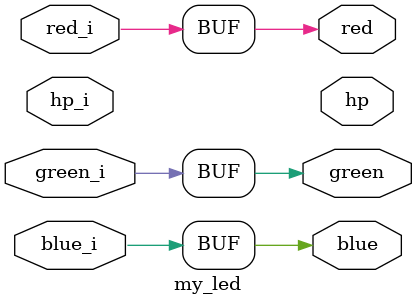
<source format=v>
`ifndef TOP_VHD
`define TOP_VHD

module my_led
  (
	//inputs
	red_i,green_i,blue_i,hp_i,
	//outputs
	red, green, blue,hp
	);


	input red_i;
	input green_i;
	input blue_i;
	input hp_i;

	output red;
	output green;
	output blue;
	output hp;

	assign red = red_i;
	assign green = green_i;
	assign blue = blue_i;

endmodule

`endif

</source>
